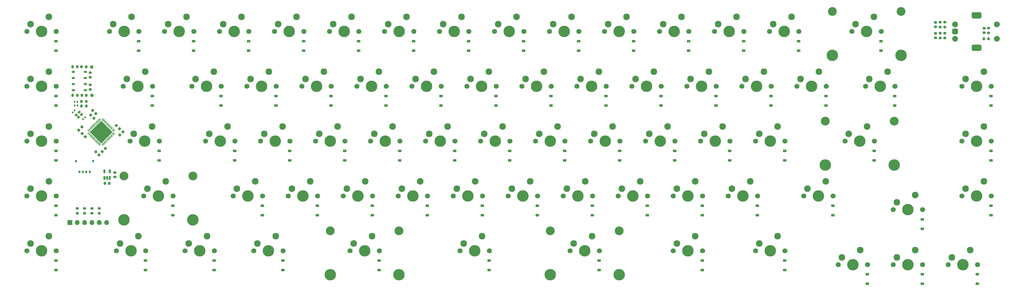
<source format=gbr>
%TF.GenerationSoftware,KiCad,Pcbnew,8.0.8*%
%TF.CreationDate,2025-02-13T20:03:08-06:00*%
%TF.ProjectId,kb,6b622e6b-6963-4616-945f-706362585858,rev?*%
%TF.SameCoordinates,Original*%
%TF.FileFunction,Soldermask,Bot*%
%TF.FilePolarity,Negative*%
%FSLAX46Y46*%
G04 Gerber Fmt 4.6, Leading zero omitted, Abs format (unit mm)*
G04 Created by KiCad (PCBNEW 8.0.8) date 2025-02-13 20:03:08*
%MOMM*%
%LPD*%
G01*
G04 APERTURE LIST*
G04 Aperture macros list*
%AMRoundRect*
0 Rectangle with rounded corners*
0 $1 Rounding radius*
0 $2 $3 $4 $5 $6 $7 $8 $9 X,Y pos of 4 corners*
0 Add a 4 corners polygon primitive as box body*
4,1,4,$2,$3,$4,$5,$6,$7,$8,$9,$2,$3,0*
0 Add four circle primitives for the rounded corners*
1,1,$1+$1,$2,$3*
1,1,$1+$1,$4,$5*
1,1,$1+$1,$6,$7*
1,1,$1+$1,$8,$9*
0 Add four rect primitives between the rounded corners*
20,1,$1+$1,$2,$3,$4,$5,0*
20,1,$1+$1,$4,$5,$6,$7,0*
20,1,$1+$1,$6,$7,$8,$9,0*
20,1,$1+$1,$8,$9,$2,$3,0*%
%AMRotRect*
0 Rectangle, with rotation*
0 The origin of the aperture is its center*
0 $1 length*
0 $2 width*
0 $3 Rotation angle, in degrees counterclockwise*
0 Add horizontal line*
21,1,$1,$2,0,0,$3*%
G04 Aperture macros list end*
%ADD10C,1.750000*%
%ADD11C,3.987800*%
%ADD12C,2.300000*%
%ADD13RoundRect,0.225000X-0.335876X-0.017678X-0.017678X-0.335876X0.335876X0.017678X0.017678X0.335876X0*%
%ADD14RoundRect,0.225000X0.017678X-0.335876X0.335876X-0.017678X-0.017678X0.335876X-0.335876X0.017678X0*%
%ADD15RoundRect,0.225000X-0.017678X0.335876X-0.335876X0.017678X0.017678X-0.335876X0.335876X-0.017678X0*%
%ADD16RoundRect,0.225000X0.335876X0.017678X0.017678X0.335876X-0.335876X-0.017678X-0.017678X-0.335876X0*%
%ADD17RoundRect,0.225000X-0.225000X-0.250000X0.225000X-0.250000X0.225000X0.250000X-0.225000X0.250000X0*%
%ADD18RoundRect,0.225000X0.225000X0.250000X-0.225000X0.250000X-0.225000X-0.250000X0.225000X-0.250000X0*%
%ADD19RoundRect,0.225000X0.250000X-0.225000X0.250000X0.225000X-0.250000X0.225000X-0.250000X-0.225000X0*%
%ADD20RoundRect,0.225000X-0.250000X0.225000X-0.250000X-0.225000X0.250000X-0.225000X0.250000X0.225000X0*%
%ADD21RoundRect,0.200000X-0.275000X0.200000X-0.275000X-0.200000X0.275000X-0.200000X0.275000X0.200000X0*%
%ADD22RoundRect,0.200000X0.275000X-0.200000X0.275000X0.200000X-0.275000X0.200000X-0.275000X-0.200000X0*%
%ADD23RoundRect,0.200000X-0.200000X-0.275000X0.200000X-0.275000X0.200000X0.275000X-0.200000X0.275000X0*%
%ADD24RoundRect,0.200000X0.200000X0.275000X-0.200000X0.275000X-0.200000X-0.275000X0.200000X-0.275000X0*%
%ADD25RoundRect,0.150000X-0.150000X-0.275000X0.150000X-0.275000X0.150000X0.275000X-0.150000X0.275000X0*%
%ADD26RoundRect,0.175000X-0.175000X-0.225000X0.175000X-0.225000X0.175000X0.225000X-0.175000X0.225000X0*%
%ADD27RoundRect,0.150000X0.150000X-0.512500X0.150000X0.512500X-0.150000X0.512500X-0.150000X-0.512500X0*%
%ADD28C,3.048000*%
%ADD29RoundRect,0.225000X0.375000X-0.225000X0.375000X0.225000X-0.375000X0.225000X-0.375000X-0.225000X0*%
%ADD30R,1.700000X1.700000*%
%ADD31O,1.700000X1.700000*%
%ADD32R,1.000000X1.000000*%
%ADD33RotRect,0.900000X0.800000X45.000000*%
%ADD34RoundRect,0.140000X0.021213X-0.219203X0.219203X-0.021213X-0.021213X0.219203X-0.219203X0.021213X0*%
%ADD35RoundRect,0.140000X-0.021213X0.219203X-0.219203X0.021213X0.021213X-0.219203X0.219203X-0.021213X0*%
%ADD36RoundRect,0.062500X-0.309359X0.220971X0.220971X-0.309359X0.309359X-0.220971X-0.220971X0.309359X0*%
%ADD37RoundRect,0.062500X-0.309359X-0.220971X-0.220971X-0.309359X0.309359X0.220971X0.220971X0.309359X0*%
%ADD38RotRect,5.600000X5.600000X315.000000*%
%ADD39C,2.000000*%
%ADD40RoundRect,0.500000X-0.500000X-0.500000X0.500000X-0.500000X0.500000X0.500000X-0.500000X0.500000X0*%
%ADD41RoundRect,0.550000X-1.150000X-0.550000X1.150000X-0.550000X1.150000X0.550000X-1.150000X0.550000X0*%
%ADD42RoundRect,0.147500X0.147500X0.172500X-0.147500X0.172500X-0.147500X-0.172500X0.147500X-0.172500X0*%
%ADD43R,1.050000X0.650000*%
G04 APERTURE END LIST*
D10*
%TO.C,SW65*%
X82476250Y-85175000D03*
D11*
X87556250Y-85175000D03*
D10*
X92636250Y-85175000D03*
D12*
X83746250Y-82635000D03*
X90096250Y-80095000D03*
%TD*%
D10*
%TO.C,SW63*%
X34851250Y-85175000D03*
D11*
X39931250Y-85175000D03*
D10*
X45011250Y-85175000D03*
D12*
X36121250Y-82635000D03*
X42471250Y-80095000D03*
%TD*%
D10*
%TO.C,SW64*%
X58663750Y-85175000D03*
D11*
X63743750Y-85175000D03*
D10*
X68823750Y-85175000D03*
D12*
X59933750Y-82635000D03*
X66283750Y-80095000D03*
%TD*%
D10*
%TO.C,SW33*%
X39613750Y-47075000D03*
D11*
X44693750Y-47075000D03*
D10*
X49773750Y-47075000D03*
D12*
X40883750Y-44535000D03*
X47233750Y-41995000D03*
%TD*%
D10*
%TO.C,SW59*%
X272976250Y-66125000D03*
D11*
X278056250Y-66125000D03*
D10*
X283136250Y-66125000D03*
D12*
X274246250Y-63585000D03*
X280596250Y-61045000D03*
%TD*%
D10*
%TO.C,SW67*%
X153913750Y-85175000D03*
D11*
X158993750Y-85175000D03*
D10*
X164073750Y-85175000D03*
D12*
X155183750Y-82635000D03*
X161533750Y-80095000D03*
%TD*%
D10*
%TO.C,SW17*%
X37232500Y-28025000D03*
D11*
X42312500Y-28025000D03*
D10*
X47392500Y-28025000D03*
D12*
X38502500Y-25485000D03*
X44852500Y-22945000D03*
%TD*%
D10*
%TO.C,SW30*%
X294407500Y-28025000D03*
D11*
X299487500Y-28025000D03*
D10*
X304567500Y-28025000D03*
D12*
X295677500Y-25485000D03*
X302027500Y-22945000D03*
%TD*%
D10*
%TO.C,SW69*%
X227732500Y-85175000D03*
D11*
X232812500Y-85175000D03*
D10*
X237892500Y-85175000D03*
D12*
X229002500Y-82635000D03*
X235352500Y-80095000D03*
%TD*%
D10*
%TO.C,SW70*%
X256307500Y-85175000D03*
D11*
X261387500Y-85175000D03*
D10*
X266467500Y-85175000D03*
D12*
X257577500Y-82635000D03*
X263927500Y-80095000D03*
%TD*%
D10*
%TO.C,SW31*%
X327745000Y-28025000D03*
D11*
X332825000Y-28025000D03*
D10*
X337905000Y-28025000D03*
D12*
X329015000Y-25485000D03*
X335365000Y-22945000D03*
%TD*%
D10*
%TO.C,SW56*%
X208682500Y-66125000D03*
D11*
X213762500Y-66125000D03*
D10*
X218842500Y-66125000D03*
D12*
X209952500Y-63585000D03*
X216302500Y-61045000D03*
%TD*%
D10*
%TO.C,SW23*%
X156295000Y-28025000D03*
D11*
X161375000Y-28025000D03*
D10*
X166455000Y-28025000D03*
D12*
X157565000Y-25485000D03*
X163915000Y-22945000D03*
%TD*%
D10*
%TO.C,SW42*%
X218207500Y-47075000D03*
D11*
X223287500Y-47075000D03*
D10*
X228367500Y-47075000D03*
D12*
X219477500Y-44535000D03*
X225827500Y-41995000D03*
%TD*%
D10*
%TO.C,SW54*%
X170582500Y-66125000D03*
D11*
X175662500Y-66125000D03*
D10*
X180742500Y-66125000D03*
D12*
X171852500Y-63585000D03*
X178202500Y-61045000D03*
%TD*%
D10*
%TO.C,SW6*%
X108670000Y-8975000D03*
D11*
X113750000Y-8975000D03*
D10*
X118830000Y-8975000D03*
D12*
X109940000Y-6435000D03*
X116290000Y-3895000D03*
%TD*%
D10*
%TO.C,SW61*%
X327745000Y-66125000D03*
D11*
X332825000Y-66125000D03*
D10*
X337905000Y-66125000D03*
D12*
X329015000Y-63585000D03*
X335365000Y-61045000D03*
%TD*%
D10*
%TO.C,SW43*%
X237257500Y-47075000D03*
D11*
X242337500Y-47075000D03*
D10*
X247417500Y-47075000D03*
D12*
X238527500Y-44535000D03*
X244877500Y-41995000D03*
%TD*%
D10*
%TO.C,SW48*%
X44376250Y-66125000D03*
D11*
X49456250Y-66125000D03*
D10*
X54536250Y-66125000D03*
D12*
X45646250Y-63585000D03*
X51996250Y-61045000D03*
%TD*%
D10*
%TO.C,SW71*%
X284882500Y-89937500D03*
D11*
X289962500Y-89937500D03*
D10*
X295042500Y-89937500D03*
D12*
X286152500Y-87397500D03*
X292502500Y-84857500D03*
%TD*%
D10*
%TO.C,SW35*%
X84857500Y-47075000D03*
D11*
X89937500Y-47075000D03*
D10*
X95017500Y-47075000D03*
D12*
X86127500Y-44535000D03*
X92477500Y-41995000D03*
%TD*%
D10*
%TO.C,SW51*%
X113432500Y-66125000D03*
D11*
X118512500Y-66125000D03*
D10*
X123592500Y-66125000D03*
D12*
X114702500Y-63585000D03*
X121052500Y-61045000D03*
%TD*%
D10*
%TO.C,SW32*%
X3895000Y-47075000D03*
D11*
X8975000Y-47075000D03*
D10*
X14055000Y-47075000D03*
D12*
X5165000Y-44535000D03*
X11515000Y-41995000D03*
%TD*%
D10*
%TO.C,SW68*%
X192013750Y-85175000D03*
D11*
X197093750Y-85175000D03*
D10*
X202173750Y-85175000D03*
D12*
X193283750Y-82635000D03*
X199633750Y-80095000D03*
%TD*%
D10*
%TO.C,SW73*%
X322982500Y-89937500D03*
D11*
X328062500Y-89937500D03*
D10*
X333142500Y-89937500D03*
D12*
X324252500Y-87397500D03*
X330602500Y-84857500D03*
%TD*%
D10*
%TO.C,SW10*%
X184870000Y-8975000D03*
D11*
X189950000Y-8975000D03*
D10*
X195030000Y-8975000D03*
D12*
X186140000Y-6435000D03*
X192490000Y-3895000D03*
%TD*%
D10*
%TO.C,SW5*%
X89620000Y-8975000D03*
D11*
X94700000Y-8975000D03*
D10*
X99780000Y-8975000D03*
D12*
X90890000Y-6435000D03*
X97240000Y-3895000D03*
%TD*%
D10*
%TO.C,SW44*%
X256307500Y-47075000D03*
D11*
X261387500Y-47075000D03*
D10*
X266467500Y-47075000D03*
D12*
X257577500Y-44535000D03*
X263927500Y-41995000D03*
%TD*%
D10*
%TO.C,SW25*%
X194395000Y-28025000D03*
D11*
X199475000Y-28025000D03*
D10*
X204555000Y-28025000D03*
D12*
X195665000Y-25485000D03*
X202015000Y-22945000D03*
%TD*%
D10*
%TO.C,SW26*%
X213445000Y-28025000D03*
D11*
X218525000Y-28025000D03*
D10*
X223605000Y-28025000D03*
D12*
X214715000Y-25485000D03*
X221065000Y-22945000D03*
%TD*%
D10*
%TO.C,SW12*%
X222970000Y-8975000D03*
D11*
X228050000Y-8975000D03*
D10*
X233130000Y-8975000D03*
D12*
X224240000Y-6435000D03*
X230590000Y-3895000D03*
%TD*%
D10*
%TO.C,SW52*%
X132482500Y-66125000D03*
D11*
X137562500Y-66125000D03*
D10*
X142642500Y-66125000D03*
D12*
X133752500Y-63585000D03*
X140102500Y-61045000D03*
%TD*%
D10*
%TO.C,SW38*%
X142007500Y-47075000D03*
D11*
X147087500Y-47075000D03*
D10*
X152167500Y-47075000D03*
D12*
X143277500Y-44535000D03*
X149627500Y-41995000D03*
%TD*%
D10*
%TO.C,SW39*%
X161057500Y-47075000D03*
D11*
X166137500Y-47075000D03*
D10*
X171217500Y-47075000D03*
D12*
X162327500Y-44535000D03*
X168677500Y-41995000D03*
%TD*%
D10*
%TO.C,SW41*%
X199157500Y-47075000D03*
D11*
X204237500Y-47075000D03*
D10*
X209317500Y-47075000D03*
D12*
X200427500Y-44535000D03*
X206777500Y-41995000D03*
%TD*%
D10*
%TO.C,SW47*%
X3895000Y-66125000D03*
D11*
X8975000Y-66125000D03*
D10*
X14055000Y-66125000D03*
D12*
X5165000Y-63585000D03*
X11515000Y-61045000D03*
%TD*%
D10*
%TO.C,SW1*%
X3895000Y-8975000D03*
D11*
X8975000Y-8975000D03*
D10*
X14055000Y-8975000D03*
D12*
X5165000Y-6435000D03*
X11515000Y-3895000D03*
%TD*%
D10*
%TO.C,SW16*%
X3895000Y-28025000D03*
D11*
X8975000Y-28025000D03*
D10*
X14055000Y-28025000D03*
D12*
X5165000Y-25485000D03*
X11515000Y-22945000D03*
%TD*%
D10*
%TO.C,SW57*%
X227732500Y-66125000D03*
D11*
X232812500Y-66125000D03*
D10*
X237892500Y-66125000D03*
D12*
X229002500Y-63585000D03*
X235352500Y-61045000D03*
%TD*%
D10*
%TO.C,SW4*%
X70570000Y-8975000D03*
D11*
X75650000Y-8975000D03*
D10*
X80730000Y-8975000D03*
D12*
X71840000Y-6435000D03*
X78190000Y-3895000D03*
%TD*%
D10*
%TO.C,SW20*%
X99145000Y-28025000D03*
D11*
X104225000Y-28025000D03*
D10*
X109305000Y-28025000D03*
D12*
X100415000Y-25485000D03*
X106765000Y-22945000D03*
%TD*%
D10*
%TO.C,SW24*%
X175345000Y-28025000D03*
D11*
X180425000Y-28025000D03*
D10*
X185505000Y-28025000D03*
D12*
X176615000Y-25485000D03*
X182965000Y-22945000D03*
%TD*%
D10*
%TO.C,SW21*%
X118195000Y-28025000D03*
D11*
X123275000Y-28025000D03*
D10*
X128355000Y-28025000D03*
D12*
X119465000Y-25485000D03*
X125815000Y-22945000D03*
%TD*%
D10*
%TO.C,SW27*%
X232495000Y-28025000D03*
D11*
X237575000Y-28025000D03*
D10*
X242655000Y-28025000D03*
D12*
X233765000Y-25485000D03*
X240115000Y-22945000D03*
%TD*%
D10*
%TO.C,SW29*%
X270595000Y-28025000D03*
D11*
X275675000Y-28025000D03*
D10*
X280755000Y-28025000D03*
D12*
X271865000Y-25485000D03*
X278215000Y-22945000D03*
%TD*%
D10*
%TO.C,SW2*%
X32470000Y-8975000D03*
D11*
X37550000Y-8975000D03*
D10*
X42630000Y-8975000D03*
D12*
X33740000Y-6435000D03*
X40090000Y-3895000D03*
%TD*%
D10*
%TO.C,SW28*%
X251545000Y-28025000D03*
D11*
X256625000Y-28025000D03*
D10*
X261705000Y-28025000D03*
D12*
X252815000Y-25485000D03*
X259165000Y-22945000D03*
%TD*%
D10*
%TO.C,SW19*%
X80095000Y-28025000D03*
D11*
X85175000Y-28025000D03*
D10*
X90255000Y-28025000D03*
D12*
X81365000Y-25485000D03*
X87715000Y-22945000D03*
%TD*%
D10*
%TO.C,SW8*%
X146770000Y-8975000D03*
D11*
X151850000Y-8975000D03*
D10*
X156930000Y-8975000D03*
D12*
X148040000Y-6435000D03*
X154390000Y-3895000D03*
%TD*%
D10*
%TO.C,SW9*%
X165820000Y-8975000D03*
D11*
X170900000Y-8975000D03*
D10*
X175980000Y-8975000D03*
D12*
X167090000Y-6435000D03*
X173440000Y-3895000D03*
%TD*%
D10*
%TO.C,SW72*%
X303932500Y-89937500D03*
D11*
X309012500Y-89937500D03*
D10*
X314092500Y-89937500D03*
D12*
X305202500Y-87397500D03*
X311552500Y-84857500D03*
%TD*%
D10*
%TO.C,SW60*%
X303932500Y-70875000D03*
D11*
X309012500Y-70875000D03*
D10*
X314092500Y-70875000D03*
D12*
X305202500Y-68335000D03*
X311552500Y-65795000D03*
%TD*%
D10*
%TO.C,SW7*%
X127720000Y-8975000D03*
D11*
X132800000Y-8975000D03*
D10*
X137880000Y-8975000D03*
D12*
X128990000Y-6435000D03*
X135340000Y-3895000D03*
%TD*%
D10*
%TO.C,SW18*%
X61045000Y-28025000D03*
D11*
X66125000Y-28025000D03*
D10*
X71205000Y-28025000D03*
D12*
X62315000Y-25485000D03*
X68665000Y-22945000D03*
%TD*%
D10*
%TO.C,SW62*%
X3895000Y-85175000D03*
D11*
X8975000Y-85175000D03*
D10*
X14055000Y-85175000D03*
D12*
X5165000Y-82635000D03*
X11515000Y-80095000D03*
%TD*%
D10*
%TO.C,SW3*%
X51520000Y-8975000D03*
D11*
X56600000Y-8975000D03*
D10*
X61680000Y-8975000D03*
D12*
X52790000Y-6435000D03*
X59140000Y-3895000D03*
%TD*%
D10*
%TO.C,SW34*%
X65807500Y-47075000D03*
D11*
X70887500Y-47075000D03*
D10*
X75967500Y-47075000D03*
D12*
X67077500Y-44535000D03*
X73427500Y-41995000D03*
%TD*%
D10*
%TO.C,SW53*%
X151532500Y-66125000D03*
D11*
X156612500Y-66125000D03*
D10*
X161692500Y-66125000D03*
D12*
X152802500Y-63585000D03*
X159152500Y-61045000D03*
%TD*%
D10*
%TO.C,SW58*%
X246782500Y-66125000D03*
D11*
X251862500Y-66125000D03*
D10*
X256942500Y-66125000D03*
D12*
X248052500Y-63585000D03*
X254402500Y-61045000D03*
%TD*%
D10*
%TO.C,SW40*%
X180107500Y-47075000D03*
D11*
X185187500Y-47075000D03*
D10*
X190267500Y-47075000D03*
D12*
X181377500Y-44535000D03*
X187727500Y-41995000D03*
%TD*%
D10*
%TO.C,SW50*%
X94382500Y-66125000D03*
D11*
X99462500Y-66125000D03*
D10*
X104542500Y-66125000D03*
D12*
X95652500Y-63585000D03*
X102002500Y-61045000D03*
%TD*%
D10*
%TO.C,SW55*%
X189632500Y-66125000D03*
D11*
X194712500Y-66125000D03*
D10*
X199792500Y-66125000D03*
D12*
X190902500Y-63585000D03*
X197252500Y-61045000D03*
%TD*%
D10*
%TO.C,SW66*%
X115813750Y-85175000D03*
D11*
X120893750Y-85175000D03*
D10*
X125973750Y-85175000D03*
D12*
X117083750Y-82635000D03*
X123433750Y-80095000D03*
%TD*%
D10*
%TO.C,SW46*%
X327745000Y-47075000D03*
D11*
X332825000Y-47075000D03*
D10*
X337905000Y-47075000D03*
D12*
X329015000Y-44535000D03*
X335365000Y-41995000D03*
%TD*%
D10*
%TO.C,SW49*%
X75332500Y-66125000D03*
D11*
X80412500Y-66125000D03*
D10*
X85492500Y-66125000D03*
D12*
X76602500Y-63585000D03*
X82952500Y-61045000D03*
%TD*%
D10*
%TO.C,SW15*%
X289645000Y-8975000D03*
D11*
X294725000Y-8975000D03*
D10*
X299805000Y-8975000D03*
D12*
X290915000Y-6435000D03*
X297265000Y-3895000D03*
%TD*%
D10*
%TO.C,SW14*%
X261070000Y-8975000D03*
D11*
X266150000Y-8975000D03*
D10*
X271230000Y-8975000D03*
D12*
X262340000Y-6435000D03*
X268690000Y-3895000D03*
%TD*%
D10*
%TO.C,SW11*%
X203920000Y-8975000D03*
D11*
X209000000Y-8975000D03*
D10*
X214080000Y-8975000D03*
D12*
X205190000Y-6435000D03*
X211540000Y-3895000D03*
%TD*%
D10*
%TO.C,SW45*%
X287263750Y-47075000D03*
D11*
X292343750Y-47075000D03*
D10*
X297423750Y-47075000D03*
D12*
X288533750Y-44535000D03*
X294883750Y-41995000D03*
%TD*%
D10*
%TO.C,SW22*%
X137245000Y-28025000D03*
D11*
X142325000Y-28025000D03*
D10*
X147405000Y-28025000D03*
D12*
X138515000Y-25485000D03*
X144865000Y-22945000D03*
%TD*%
D10*
%TO.C,SW36*%
X103907500Y-47075000D03*
D11*
X108987500Y-47075000D03*
D10*
X114067500Y-47075000D03*
D12*
X105177500Y-44535000D03*
X111527500Y-41995000D03*
%TD*%
D10*
%TO.C,SW13*%
X242020000Y-8975000D03*
D11*
X247100000Y-8975000D03*
D10*
X252180000Y-8975000D03*
D12*
X243290000Y-6435000D03*
X249640000Y-3895000D03*
%TD*%
D10*
%TO.C,SW37*%
X122957500Y-47075000D03*
D11*
X128037500Y-47075000D03*
D10*
X133117500Y-47075000D03*
D12*
X124227500Y-44535000D03*
X130577500Y-41995000D03*
%TD*%
D13*
%TO.C,C4*%
X27751992Y-50751992D03*
X28848008Y-51848008D03*
%TD*%
D14*
%TO.C,C3*%
X29951992Y-50698008D03*
X31048008Y-49601992D03*
%TD*%
D13*
%TO.C,C5*%
X24146016Y-45496016D03*
X23050000Y-44400000D03*
%TD*%
D15*
%TO.C,C1*%
X22948008Y-42151992D03*
X21851992Y-43248008D03*
%TD*%
D16*
%TO.C,C7*%
X26651992Y-36351992D03*
X27748008Y-37448008D03*
%TD*%
%TO.C,C6*%
X27100000Y-39100000D03*
X26003984Y-38003984D03*
%TD*%
D14*
%TO.C,Ce*%
X36051992Y-44948008D03*
X37148008Y-43851992D03*
%TD*%
D13*
%TO.C,C10*%
X36000000Y-42748008D03*
X34903984Y-41651992D03*
%TD*%
D17*
%TO.C,C13*%
X22900000Y-31100000D03*
X24450000Y-31100000D03*
%TD*%
D18*
%TO.C,C17*%
X21300000Y-21250000D03*
X19750000Y-21250000D03*
%TD*%
D19*
%TO.C,C15*%
X318600000Y-9600001D03*
X318600000Y-11150001D03*
%TD*%
D20*
%TO.C,C14*%
X318600000Y-5800000D03*
X318600000Y-7350000D03*
%TD*%
%TO.C,C16*%
X335400000Y-9400000D03*
X335400000Y-7850000D03*
%TD*%
D21*
%TO.C,R16*%
X320200000Y-11200001D03*
X320200000Y-9550001D03*
%TD*%
D22*
%TO.C,R15*%
X320200000Y-5750000D03*
X320200000Y-7400000D03*
%TD*%
D23*
%TO.C,R14*%
X337000000Y-11475000D03*
X335350000Y-11475000D03*
%TD*%
D21*
%TO.C,R13*%
X321800000Y-7400000D03*
X321800000Y-5750000D03*
%TD*%
D22*
%TO.C,R12*%
X321800000Y-9550000D03*
X321800000Y-11200000D03*
%TD*%
%TO.C,R11*%
X25850000Y-23250000D03*
X25850000Y-24900000D03*
%TD*%
D24*
%TO.C,R10*%
X22800000Y-21250000D03*
X24450000Y-21250000D03*
%TD*%
D21*
%TO.C,R9*%
X25850000Y-29100000D03*
X25850000Y-27450000D03*
%TD*%
%TO.C,R8*%
X28935000Y-70450000D03*
X28935000Y-72100000D03*
%TD*%
%TO.C,R7*%
X26395000Y-70450000D03*
X26395000Y-72100000D03*
%TD*%
%TO.C,R6*%
X23855000Y-70450000D03*
X23855000Y-72100000D03*
%TD*%
%TO.C,R5*%
X21315000Y-70450000D03*
X21315000Y-72100000D03*
%TD*%
D23*
%TO.C,R4*%
X21350000Y-31100000D03*
X19700000Y-31100000D03*
%TD*%
D21*
%TO.C,R3*%
X337000000Y-9450000D03*
X337000000Y-7800000D03*
%TD*%
D23*
%TO.C,R2*%
X24450000Y-34850000D03*
X22800000Y-34850000D03*
%TD*%
%TO.C,R1*%
X24450000Y-33244010D03*
X22800000Y-33244010D03*
%TD*%
D25*
%TO.C,J2*%
X22075000Y-57750000D03*
X23275000Y-57750000D03*
X24475000Y-57750000D03*
X25675000Y-57750000D03*
D26*
X20925000Y-53975000D03*
X26825000Y-53975000D03*
%TD*%
D27*
%TO.C,U1*%
X32625000Y-59837500D03*
X31675000Y-59837500D03*
X30725000Y-59837500D03*
X30725000Y-57562500D03*
X32625000Y-57562500D03*
%TD*%
D28*
%TO.C,REF\u002A\u002A*%
X185187500Y-78190000D03*
D11*
X185187500Y-93430000D03*
D28*
X209000000Y-78190000D03*
D11*
X209000000Y-93430000D03*
%TD*%
%TO.C,REF\u002A\u002A*%
X306637500Y-17215000D03*
D28*
X306637500Y-1975000D03*
D11*
X282825000Y-17215000D03*
D28*
X282825000Y-1975000D03*
%TD*%
D11*
%TO.C,REF\u002A\u002A*%
X132787500Y-93415000D03*
D28*
X132787500Y-78175000D03*
D11*
X108975000Y-93415000D03*
D28*
X108975000Y-78175000D03*
%TD*%
%TO.C,REF\u002A\u002A*%
X280437500Y-40100000D03*
D11*
X280437500Y-55340000D03*
D28*
X304250000Y-40100000D03*
D11*
X304250000Y-55340000D03*
%TD*%
D28*
%TO.C,REF\u002A\u002A*%
X37537500Y-59150000D03*
D11*
X37537500Y-74390000D03*
D28*
X61350000Y-59150000D03*
D11*
X61350000Y-74390000D03*
%TD*%
D29*
%TO.C,D28*%
X261625000Y-34675000D03*
X261625000Y-31375000D03*
%TD*%
D30*
%TO.C,J1*%
X18775000Y-75325000D03*
D31*
X21315000Y-75325000D03*
X23855000Y-75325000D03*
X26395000Y-75325000D03*
X28935000Y-75325000D03*
X31475000Y-75325000D03*
%TD*%
D29*
%TO.C,D1*%
X13975000Y-15625000D03*
X13975000Y-12325000D03*
%TD*%
%TO.C,D68*%
X202093750Y-91825000D03*
X202093750Y-88525000D03*
%TD*%
D32*
%TO.C,TP1*%
X26450000Y-31150000D03*
%TD*%
D29*
%TO.C,D7*%
X137800000Y-15625000D03*
X137800000Y-12325000D03*
%TD*%
%TO.C,D55*%
X199712500Y-72775000D03*
X199712500Y-69475000D03*
%TD*%
%TO.C,D49*%
X85412500Y-72775000D03*
X85412500Y-69475000D03*
%TD*%
%TO.C,D56*%
X218762500Y-72775000D03*
X218762500Y-69475000D03*
%TD*%
%TO.C,D43*%
X247337500Y-53725000D03*
X247337500Y-50425000D03*
%TD*%
%TO.C,D73*%
X333062500Y-96587500D03*
X333062500Y-93287500D03*
%TD*%
%TO.C,D5*%
X99700000Y-15625000D03*
X99700000Y-12325000D03*
%TD*%
%TO.C,D24*%
X185425000Y-34675000D03*
X185425000Y-31375000D03*
%TD*%
%TO.C,D34*%
X75887500Y-53725000D03*
X75887500Y-50425000D03*
%TD*%
%TO.C,D37*%
X133037500Y-53725000D03*
X133037500Y-50425000D03*
%TD*%
%TO.C,D30*%
X304487500Y-34675000D03*
X304487500Y-31375000D03*
%TD*%
%TO.C,D39*%
X171137500Y-53725000D03*
X171137500Y-50425000D03*
%TD*%
%TO.C,D33*%
X49693750Y-53725000D03*
X49693750Y-50425000D03*
%TD*%
%TO.C,D22*%
X147325000Y-34675000D03*
X147325000Y-31375000D03*
%TD*%
%TO.C,D58*%
X256862500Y-72775000D03*
X256862500Y-69475000D03*
%TD*%
%TO.C,D38*%
X152087500Y-53725000D03*
X152087500Y-50425000D03*
%TD*%
D32*
%TO.C,TP2*%
X26350000Y-21300000D03*
%TD*%
D29*
%TO.C,D32*%
X13975000Y-53725000D03*
X13975000Y-50425000D03*
%TD*%
%TO.C,D18*%
X71125000Y-34675000D03*
X71125000Y-31375000D03*
%TD*%
%TO.C,D10*%
X194950000Y-15625000D03*
X194950000Y-12325000D03*
%TD*%
%TO.C,D40*%
X190187500Y-53725000D03*
X190187500Y-50425000D03*
%TD*%
%TO.C,D65*%
X92556250Y-91825000D03*
X92556250Y-88525000D03*
%TD*%
%TO.C,D69*%
X237812500Y-91825000D03*
X237812500Y-88525000D03*
%TD*%
%TO.C,D14*%
X271150000Y-15625000D03*
X271150000Y-12325000D03*
%TD*%
%TO.C,D46*%
X337825000Y-53725000D03*
X337825000Y-50425000D03*
%TD*%
%TO.C,D70*%
X266387500Y-91825000D03*
X266387500Y-88525000D03*
%TD*%
%TO.C,D64*%
X68743750Y-91825000D03*
X68743750Y-88525000D03*
%TD*%
%TO.C,D41*%
X209237500Y-53725000D03*
X209237500Y-50425000D03*
%TD*%
%TO.C,D26*%
X223525000Y-34675000D03*
X223525000Y-31375000D03*
%TD*%
%TO.C,D71*%
X294962500Y-96587500D03*
X294962500Y-93287500D03*
%TD*%
%TO.C,D3*%
X61600000Y-15625000D03*
X61600000Y-12325000D03*
%TD*%
%TO.C,D31*%
X337825000Y-34675000D03*
X337825000Y-31375000D03*
%TD*%
%TO.C,D67*%
X163993750Y-91825000D03*
X163993750Y-88525000D03*
%TD*%
%TO.C,D23*%
X166375000Y-34675000D03*
X166375000Y-31375000D03*
%TD*%
%TO.C,D9*%
X175900000Y-15625000D03*
X175900000Y-12325000D03*
%TD*%
%TO.C,D35*%
X94937500Y-53725000D03*
X94937500Y-50425000D03*
%TD*%
%TO.C,D60*%
X314025000Y-77525000D03*
X314025000Y-74225000D03*
%TD*%
D33*
%TO.C,Y1*%
X21775360Y-38772090D03*
X22765309Y-37782141D03*
X21987492Y-37004324D03*
X20997543Y-37994273D03*
%TD*%
D29*
%TO.C,D53*%
X161612500Y-72775000D03*
X161612500Y-69475000D03*
%TD*%
%TO.C,D21*%
X128275000Y-34675000D03*
X128275000Y-31375000D03*
%TD*%
%TO.C,D15*%
X299725000Y-15625000D03*
X299725000Y-12325000D03*
%TD*%
%TO.C,D45*%
X297343750Y-53725000D03*
X297343750Y-50425000D03*
%TD*%
%TO.C,D19*%
X90175000Y-34675000D03*
X90175000Y-31375000D03*
%TD*%
%TO.C,D54*%
X180662500Y-72775000D03*
X180662500Y-69475000D03*
%TD*%
%TO.C,D62*%
X13975000Y-91825000D03*
X13975000Y-88525000D03*
%TD*%
%TO.C,D29*%
X280675000Y-34675000D03*
X280675000Y-31375000D03*
%TD*%
%TO.C,D48*%
X54456250Y-72775000D03*
X54456250Y-69475000D03*
%TD*%
%TO.C,D50*%
X104462500Y-72775000D03*
X104462500Y-69475000D03*
%TD*%
%TO.C,D59*%
X283056250Y-72775000D03*
X283056250Y-69475000D03*
%TD*%
%TO.C,D4*%
X80650000Y-15625000D03*
X80650000Y-12325000D03*
%TD*%
%TO.C,D8*%
X156850000Y-15625000D03*
X156850000Y-12325000D03*
%TD*%
%TO.C,D44*%
X266387500Y-53725000D03*
X266387500Y-50425000D03*
%TD*%
%TO.C,D52*%
X142562500Y-72775000D03*
X142562500Y-69475000D03*
%TD*%
%TO.C,D12*%
X233050000Y-15625000D03*
X233050000Y-12325000D03*
%TD*%
D34*
%TO.C,C11*%
X19696178Y-37053822D03*
X20375000Y-36375000D03*
%TD*%
D29*
%TO.C,D6*%
X118750000Y-15625000D03*
X118750000Y-12325000D03*
%TD*%
D35*
%TO.C,C12*%
X24035589Y-38714411D03*
X23356767Y-39393233D03*
%TD*%
D29*
%TO.C,D66*%
X125893750Y-91825000D03*
X125893750Y-88525000D03*
%TD*%
%TO.C,D13*%
X252100000Y-15625000D03*
X252100000Y-12325000D03*
%TD*%
%TO.C,D42*%
X228287500Y-53725000D03*
X228287500Y-50425000D03*
%TD*%
%TO.C,D27*%
X242575000Y-34675000D03*
X242575000Y-31375000D03*
%TD*%
%TO.C,D61*%
X337825000Y-72775000D03*
X337825000Y-69475000D03*
%TD*%
%TO.C,D63*%
X44931250Y-91825000D03*
X44931250Y-88525000D03*
%TD*%
%TO.C,D57*%
X237812500Y-72775000D03*
X237812500Y-69475000D03*
%TD*%
%TO.C,D72*%
X314012500Y-96587500D03*
X314012500Y-93287500D03*
%TD*%
%TO.C,D17*%
X47312500Y-34675000D03*
X47312500Y-31375000D03*
%TD*%
%TO.C,D51*%
X123512500Y-72775000D03*
X123512500Y-69475000D03*
%TD*%
%TO.C,D47*%
X13975000Y-72775000D03*
X13975000Y-69475000D03*
%TD*%
%TO.C,D11*%
X214000000Y-15625000D03*
X214000000Y-12325000D03*
%TD*%
%TO.C,D25*%
X204475000Y-34675000D03*
X204475000Y-31375000D03*
%TD*%
%TO.C,D2*%
X42550000Y-15625000D03*
X42550000Y-12325000D03*
%TD*%
D36*
%TO.C,U2*%
X25259828Y-43388864D03*
X25613381Y-43035311D03*
X25966935Y-42681757D03*
X26320488Y-42328204D03*
X26674041Y-41974651D03*
X27027595Y-41621097D03*
X27381148Y-41267544D03*
X27734702Y-40913990D03*
X28088255Y-40560437D03*
X28441808Y-40206884D03*
X28795362Y-39853330D03*
X29148915Y-39499777D03*
D37*
X30121187Y-39499777D03*
X30474740Y-39853330D03*
X30828294Y-40206884D03*
X31181847Y-40560437D03*
X31535400Y-40913990D03*
X31888954Y-41267544D03*
X32242507Y-41621097D03*
X32596061Y-41974651D03*
X32949614Y-42328204D03*
X33303167Y-42681757D03*
X33656721Y-43035311D03*
X34010274Y-43388864D03*
D36*
X34010274Y-44361136D03*
X33656721Y-44714689D03*
X33303167Y-45068243D03*
X32949614Y-45421796D03*
X32596061Y-45775349D03*
X32242507Y-46128903D03*
X31888954Y-46482456D03*
X31535400Y-46836010D03*
X31181847Y-47189563D03*
X30828294Y-47543116D03*
X30474740Y-47896670D03*
X30121187Y-48250223D03*
D37*
X29148915Y-48250223D03*
X28795362Y-47896670D03*
X28441808Y-47543116D03*
X28088255Y-47189563D03*
X27734702Y-46836010D03*
X27381148Y-46482456D03*
X27027595Y-46128903D03*
X26674041Y-45775349D03*
X26320488Y-45421796D03*
X25966935Y-45068243D03*
X25613381Y-44714689D03*
X25259828Y-44361136D03*
D38*
X29635051Y-43875000D03*
%TD*%
D29*
%TO.C,D20*%
X109225000Y-34675000D03*
X109225000Y-31375000D03*
%TD*%
%TO.C,D16*%
X13975000Y-34675000D03*
X13975000Y-31375000D03*
%TD*%
%TO.C,D36*%
X113987500Y-53725000D03*
X113987500Y-50425000D03*
%TD*%
D39*
%TO.C,SW76*%
X325325000Y-6475000D03*
X325325000Y-11475000D03*
D40*
X325325000Y-8975000D03*
D41*
X332825000Y-3375000D03*
X332825000Y-14575000D03*
D39*
X339825000Y-11475000D03*
X339825000Y-6475000D03*
%TD*%
D42*
%TO.C,D74*%
X21365000Y-33385000D03*
X20395000Y-33385000D03*
%TD*%
D43*
%TO.C,SW75*%
X20000000Y-29350000D03*
X24150000Y-29350000D03*
X20000000Y-27200000D03*
X24150000Y-27200000D03*
%TD*%
%TO.C,SW74*%
X20000000Y-25150000D03*
X24150000Y-25150000D03*
X20000000Y-23000000D03*
X24150000Y-23000000D03*
%TD*%
D42*
%TO.C,D75*%
X20405000Y-34705990D03*
X21375000Y-34705990D03*
%TD*%
D17*
%TO.C,C9*%
X30912500Y-61662500D03*
X32462500Y-61662500D03*
%TD*%
D20*
%TO.C,C8*%
X34375000Y-59475000D03*
X34375000Y-57925000D03*
%TD*%
M02*

</source>
